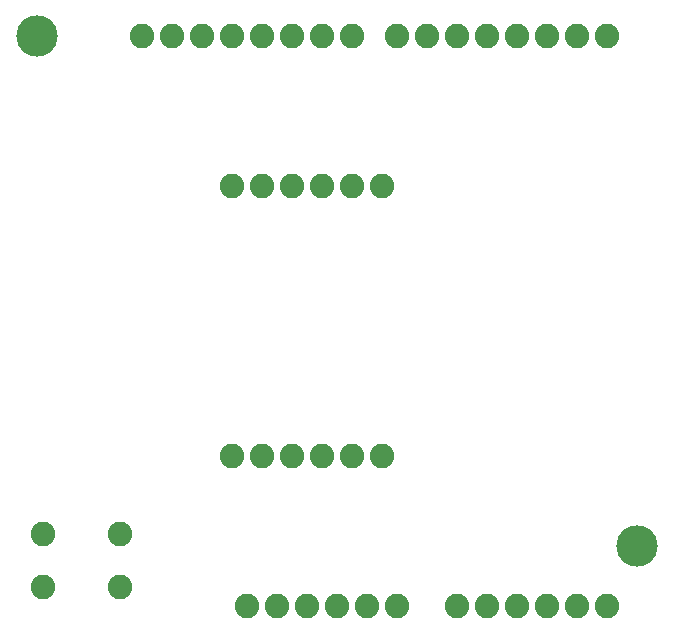
<source format=gts>
G75*
G70*
%OFA0B0*%
%FSLAX24Y24*%
%IPPOS*%
%LPD*%
%AMOC8*
5,1,8,0,0,1.08239X$1,22.5*
%
%ADD10C,0.0820*%
%ADD11C,0.1380*%
D10*
X018553Y006610D03*
X021113Y006610D03*
X021113Y008390D03*
X018553Y008390D03*
X024833Y011000D03*
X025833Y011000D03*
X026833Y011000D03*
X027833Y011000D03*
X028833Y011000D03*
X029833Y011000D03*
X029333Y006000D03*
X030333Y006000D03*
X028333Y006000D03*
X027333Y006000D03*
X026333Y006000D03*
X025333Y006000D03*
X032333Y006000D03*
X033333Y006000D03*
X034333Y006000D03*
X035333Y006000D03*
X036333Y006000D03*
X037333Y006000D03*
X029833Y020000D03*
X028833Y020000D03*
X027833Y020000D03*
X026833Y020000D03*
X025833Y020000D03*
X024833Y020000D03*
X024833Y025000D03*
X023833Y025000D03*
X022833Y025000D03*
X021833Y025000D03*
X025833Y025000D03*
X026833Y025000D03*
X027833Y025000D03*
X028833Y025000D03*
X030333Y025000D03*
X031333Y025000D03*
X032333Y025000D03*
X033333Y025000D03*
X034333Y025000D03*
X035333Y025000D03*
X036333Y025000D03*
X037333Y025000D03*
D11*
X018333Y025000D03*
X038333Y008000D03*
M02*

</source>
